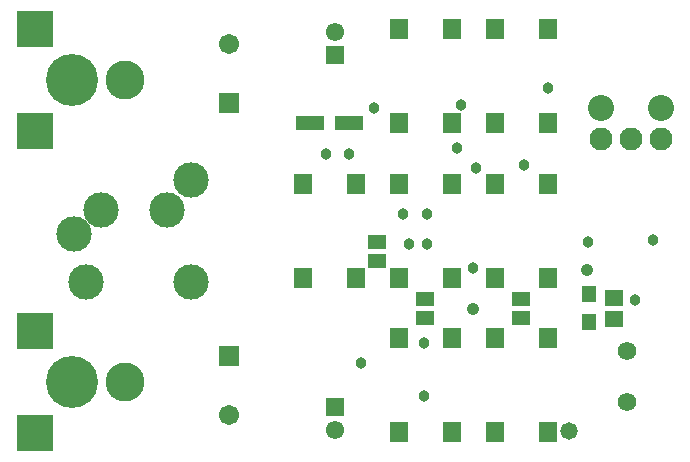
<source format=gts>
%FSLAX24Y24*%
%MOIN*%
G70*
G01*
G75*
G04 Layer_Color=8388736*
%ADD10R,0.0433X0.0492*%
%ADD11R,0.0512X0.0610*%
%ADD12R,0.0512X0.0394*%
%ADD13R,0.0866X0.0374*%
%ADD14R,0.0551X0.0472*%
%ADD15C,0.0120*%
%ADD16C,0.0100*%
%ADD17C,0.0340*%
%ADD18C,0.0532*%
%ADD19R,0.0532X0.0532*%
%ADD20C,0.0591*%
%ADD21R,0.0591X0.0591*%
%ADD22C,0.1100*%
%ADD23C,0.0540*%
%ADD24C,0.0787*%
%ADD25C,0.0689*%
%ADD26R,0.1144X0.1144*%
%ADD27C,0.1654*%
%ADD28C,0.1220*%
%ADD29C,0.0500*%
%ADD30C,0.0300*%
%ADD31C,0.0250*%
%ADD32R,0.0394X0.0512*%
%ADD33O,0.0217X0.0630*%
%ADD34O,0.0630X0.0217*%
%ADD35R,0.0433X0.0551*%
%ADD36R,0.0551X0.0433*%
%ADD37R,0.0472X0.0551*%
%ADD38R,0.0315X0.0354*%
%ADD39R,0.0980X0.0790*%
%ADD40R,0.0940X0.0200*%
%ADD41C,0.0200*%
%ADD42C,0.0150*%
%ADD43C,0.0500*%
%ADD44C,0.0079*%
%ADD45C,0.0050*%
%ADD46C,0.0059*%
%ADD47C,0.0059*%
%ADD48R,0.0513X0.0572*%
%ADD49R,0.0592X0.0690*%
%ADD50R,0.0592X0.0474*%
%ADD51R,0.0946X0.0454*%
%ADD52R,0.0631X0.0552*%
%ADD53C,0.0420*%
%ADD54C,0.0612*%
%ADD55R,0.0612X0.0612*%
%ADD56C,0.0671*%
%ADD57R,0.0671X0.0671*%
%ADD58C,0.1180*%
%ADD59C,0.0620*%
%ADD60C,0.0867*%
%ADD61C,0.0769*%
%ADD62R,0.1224X0.1224*%
%ADD63C,0.1734*%
%ADD64C,0.1300*%
%ADD65C,0.0580*%
%ADD66C,0.0380*%
D48*
X36740Y31957D02*
D03*
Y32883D02*
D03*
D49*
X33614Y38585D02*
D03*
X35386D02*
D03*
X33614Y41715D02*
D03*
X35386D02*
D03*
X30414Y38585D02*
D03*
X32186D02*
D03*
X30414Y41715D02*
D03*
X32186D02*
D03*
Y31415D02*
D03*
X30414D02*
D03*
X32186Y28285D02*
D03*
X30414D02*
D03*
X32186Y36565D02*
D03*
X30414D02*
D03*
X32186Y33435D02*
D03*
X30414D02*
D03*
X33614Y28285D02*
D03*
X35386D02*
D03*
X33614Y31415D02*
D03*
X35386D02*
D03*
X27214Y33435D02*
D03*
X28986D02*
D03*
X27214Y36565D02*
D03*
X28986D02*
D03*
X35386D02*
D03*
X33614D02*
D03*
X35386Y33435D02*
D03*
X33614D02*
D03*
D50*
X31300Y32735D02*
D03*
Y32105D02*
D03*
X34500Y32735D02*
D03*
Y32105D02*
D03*
X29700Y34615D02*
D03*
Y33985D02*
D03*
D51*
X27450Y38600D02*
D03*
X28749D02*
D03*
D52*
X37570Y32774D02*
D03*
Y32066D02*
D03*
D53*
X32900Y32400D02*
D03*
X36700Y33700D02*
D03*
D54*
X28300Y41644D02*
D03*
Y28356D02*
D03*
D55*
Y40856D02*
D03*
Y29144D02*
D03*
D56*
X24750Y41234D02*
D03*
Y28866D02*
D03*
D57*
Y39266D02*
D03*
Y30834D02*
D03*
D58*
X23500Y36700D02*
D03*
Y33300D02*
D03*
X20000D02*
D03*
X22700Y35700D02*
D03*
X20500D02*
D03*
X19600Y34900D02*
D03*
D59*
X38030Y29290D02*
D03*
Y31010D02*
D03*
D60*
X39150Y39103D02*
D03*
X37150D02*
D03*
D61*
X39150Y38070D02*
D03*
X38150D02*
D03*
X37150D02*
D03*
D62*
X18278Y41723D02*
D03*
Y38337D02*
D03*
Y31663D02*
D03*
Y28277D02*
D03*
D63*
X19518Y40030D02*
D03*
Y29970D02*
D03*
D64*
X21290Y40030D02*
D03*
Y29970D02*
D03*
D65*
X36090Y28330D02*
D03*
D66*
X30550Y35550D02*
D03*
X31350D02*
D03*
X33000Y37100D02*
D03*
X31350Y34550D02*
D03*
X30750D02*
D03*
X34600Y37200D02*
D03*
X32350Y37750D02*
D03*
X29600Y39100D02*
D03*
X32500Y39200D02*
D03*
X35400Y39750D02*
D03*
X28750Y37550D02*
D03*
X28000D02*
D03*
X31250Y31250D02*
D03*
X29150Y30600D02*
D03*
X38300Y32700D02*
D03*
X31250Y29500D02*
D03*
X32900Y33750D02*
D03*
X36720Y34620D02*
D03*
X38870Y34700D02*
D03*
M02*

</source>
